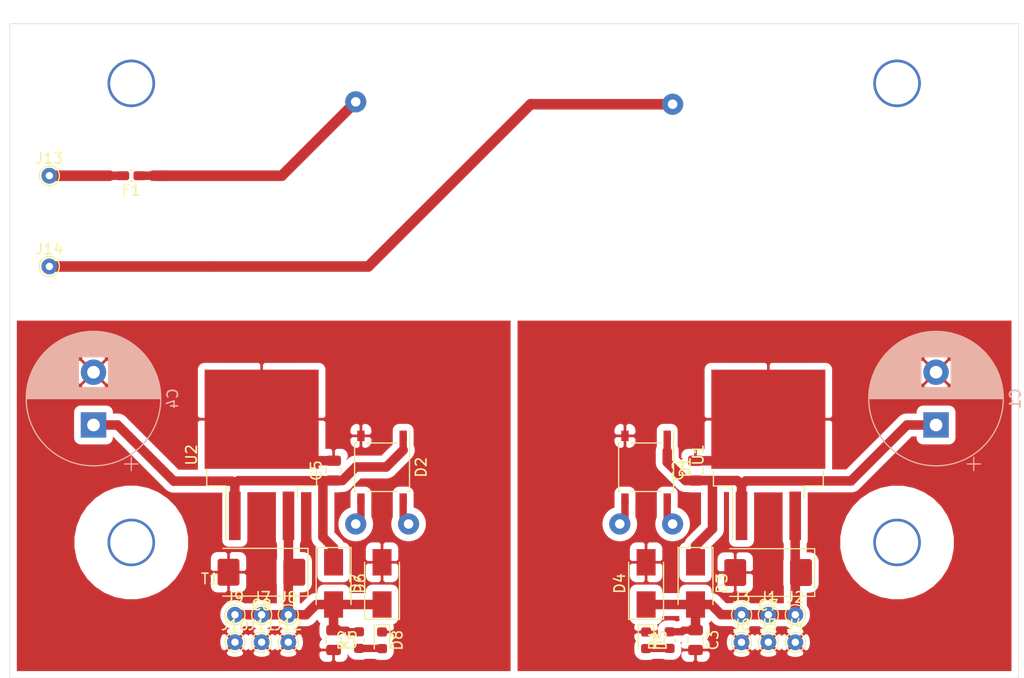
<source format=kicad_pcb>
(kicad_pcb (version 20221018) (generator pcbnew)
  (layers (0 "F.Cu" signal) (31 "B.Cu" signal) (34 "B.Paste" user) (35 "F.Paste" user) (36 "B.SilkS" user "B.Silkscreen") (37 "F.SilkS" user "F.Silkscreen") (38 "B.Mask" user) (39 "F.Mask" user) (44 "Edge.Cuts" user))
  (net 0 "")
  (net 1 "Net-(C1-Pad1)")
  (net 2 "Net-(C1-Pad2)")
  (net 3 "Net-(C3-Pad1)")
  (net 4 "Net-(C4-Pad2)")
  (net 5 "Net-(C4-Pad1)")
  (net 6 "Net-(C6-Pad1)")
  (net 7 "Net-(D1-Pad4)")
  (net 8 "Net-(D1-Pad3)")
  (net 9 "Net-(D2-Pad4)")
  (net 10 "Net-(D2-Pad3)")
  (net 11 "Net-(F1-Pad1)")
  (net 12 "Net-(D5-Pad2)")
  (net 13 "Net-(D8-Pad2)")
  (net 14 "/L")
  (net 15 "/N")
  (footprint "Capacitor_SMD:C_0805_2012Metric" (layer "F.Cu") (at 103.98 73.3475 90)
    (fp_text reference "C2" (at 0 -1.65 90) (layer "F.SilkS"))
    (fp_text value "330nF")
    (pad "1" smd roundrect (at -0.9375 0 90) (size 0.975 1.4) (layers "F.Cu" "F.Paste" "F.Mask") (net 1 "Net-(C1-Pad1)"))
    (pad "2" smd roundrect (at 0.9375 0 90) (size 0.975 1.4) (layers "F.Cu" "F.Paste" "F.Mask") (net 2 "Net-(C1-Pad2)"))
  )
  (footprint "Capacitor_SMD:C_0805_2012Metric" (layer "F.Cu") (at 103.98 89.4 -90)
    (fp_text reference "C3" (at 0 -1.65 90) (layer "F.SilkS"))
    (fp_text value "100nF")
    (pad "1" smd roundrect (at -0.9375 0 270) (size 0.975 1.4) (layers "F.Cu" "F.Paste" "F.Mask") (net 3 "Net-(C3-Pad1)"))
    (pad "2" smd roundrect (at 0.9375 0 270) (size 0.975 1.4) (layers "F.Cu" "F.Paste" "F.Mask") (net 2 "Net-(C1-Pad2)"))
  )
  (footprint "Capacitor_SMD:C_0805_2012Metric" (layer "F.Cu") (at 69.71 73.3425 90)
    (fp_text reference "C5" (at 0 -1.65 90) (layer "F.SilkS"))
    (fp_text value "330nF")
    (pad "1" smd roundrect (at -0.9375 0 90) (size 0.975 1.4) (layers "F.Cu" "F.Paste" "F.Mask") (net 5 "Net-(C4-Pad1)"))
    (pad "2" smd roundrect (at 0.9375 0 90) (size 0.975 1.4) (layers "F.Cu" "F.Paste" "F.Mask") (net 4 "Net-(C4-Pad2)"))
  )
  (footprint "Capacitor_SMD:C_0805_2012Metric" (layer "F.Cu") (at 69.71 89.4 -90)
    (fp_text reference "C6" (at 0 -1.65 90) (layer "F.SilkS"))
    (fp_text value "100nF")
    (pad "1" smd roundrect (at -0.9375 0 270) (size 0.975 1.4) (layers "F.Cu" "F.Paste" "F.Mask") (net 6 "Net-(C6-Pad1)"))
    (pad "2" smd roundrect (at 0.9375 0 270) (size 0.975 1.4) (layers "F.Cu" "F.Paste" "F.Mask") (net 4 "Net-(C4-Pad2)"))
  )
  (footprint "Transformer_THT:Transformer_TSZZ45_010M_5_INDEL" (layer "F.Cu") (at 55.010001 31.6)
    (fp_text reference "T1" (at 3 52 180) (layer "F.SilkS"))
    (fp_text value "Transformer_1P_2S")
    (pad "" np_thru_hole circle (at -4.45 5.05) (size 4.5 4.5) (drill 4) (layers "*.Cu" "*.Mask") (clearance 3))
    (pad "" np_thru_hole circle (at -4.45 48.55) (size 4.5 4.5) (drill 4) (layers "*.Cu" "*.Mask") (clearance 3))
    (pad "" np_thru_hole circle (at 68.05 5.05) (size 4.5 4.5) (drill 4) (layers "*.Cu" "*.Mask") (clearance 3))
    (pad "" np_thru_hole circle (at 68.05 48.55) (size 4.5 4.5) (drill 4) (layers "*.Cu" "*.Mask") (clearance 3))
    (pad "1" thru_hole circle (at 16.8 6.8) (size 2 2) (drill 0.9) (layers "*.Cu" "*.Mask") (net 11 "Net-(F1-Pad1)"))
    (pad "7" thru_hole circle (at 46.8 7.03) (size 2 2) (drill 0.9) (layers "*.Cu" "*.Mask") (net 15 "/N"))
    (pad "8" thru_hole circle (at 46.8 46.8) (size 2 2) (drill 0.9) (layers "*.Cu" "*.Mask") (net 7 "Net-(D1-Pad4)"))
    (pad "9" thru_hole circle (at 41.8 46.8) (size 2 2) (drill 0.9) (layers "*.Cu" "*.Mask") (net 8 "Net-(D1-Pad3)"))
    (pad "13" thru_hole circle (at 21.8 46.8) (size 2 2) (drill 0.9) (layers "*.Cu" "*.Mask") (net 9 "Net-(D2-Pad4)"))
    (pad "14" thru_hole circle (at 16.8 46.8) (size 2 2) (drill 0.9) (layers "*.Cu" "*.Mask") (net 10 "Net-(D2-Pad3)"))
  )
  (footprint "Package_TO_SOT_SMD:TO-263-2" (layer "F.Cu") (at 110.875 71.85 90)
    (fp_text reference "U1" (at 0 -6.65 90) (layer "F.SilkS"))
    (fp_text value "LM7812_D2PAK")
    (pad "1" smd rect (at -5.775 -2.54 90) (size 4.6 1.1) (layers "F.Cu" "F.Paste" "F.Mask") (net 1 "Net-(C1-Pad1)"))
    (pad "2" smd rect (at 3.375 0 90) (size 9.4 10.8) (layers "F.Cu" "F.Mask") (net 2 "Net-(C1-Pad2)"))
    (pad "3" smd rect (at -5.775 2.54 90) (size 4.6 1.1) (layers "F.Cu" "F.Paste" "F.Mask") (net 3 "Net-(C3-Pad1)"))
  )
  (footprint "Package_TO_SOT_SMD:TO-263-2" (layer "F.Cu") (at 62.9 71.85 90)
    (fp_text reference "U2" (at 0 -6.65 90) (layer "F.SilkS"))
    (fp_text value "LM7812_D2PAK")
    (pad "1" smd rect (at -5.775 -2.54 90) (size 4.6 1.1) (layers "F.Cu" "F.Paste" "F.Mask") (net 5 "Net-(C4-Pad1)"))
    (pad "2" smd rect (at 3.375 0 90) (size 9.4 10.8) (layers "F.Cu" "F.Mask") (net 4 "Net-(C4-Pad2)"))
    (pad "3" smd rect (at -5.775 2.54 90) (size 4.6 1.1) (layers "F.Cu" "F.Paste" "F.Mask") (net 6 "Net-(C6-Pad1)"))
  )
  (footprint "TestPoint:TestPoint_THTPad_D1.5mm_Drill0.7mm" (layer "F.Cu") (at 42.8 45.4)
    (fp_text reference "J13" (at 0 -1.648) (layer "F.SilkS"))
    (fp_text value "Conn_01x01")
    (pad "1" thru_hole circle (at 0 0) (size 1.5 1.5) (drill 0.7) (layers "*.Cu" "*.Mask") (net 14 "/L"))
  )
  (footprint "TestPoint:TestPoint_THTPad_D1.5mm_Drill0.7mm" (layer "F.Cu") (at 42.8 54)
    (fp_text reference "J14" (at 0 -1.648) (layer "F.SilkS"))
    (fp_text value "Conn_01x01")
    (pad "1" thru_hole circle (at 0 0) (size 1.5 1.5) (drill 0.7) (layers "*.Cu" "*.Mask") (net 15 "/N"))
  )
  (footprint "Diode_SMD:Diode_Bridge_Diotec_ABS" (layer "F.Cu") (at 99.3 73.025 -90)
    (fp_text reference "D1" (at 0 -3.7 90) (layer "F.SilkS"))
    (fp_text value "ABS2")
    (pad "1" smd rect (at -2.975 -2 270) (size 1 0.7) (layers "F.Cu" "F.Paste" "F.Mask") (net 1 "Net-(C1-Pad1)"))
    (pad "2" smd rect (at -2.975 2 270) (size 1 0.7) (layers "F.Cu" "F.Paste" "F.Mask") (net 2 "Net-(C1-Pad2)"))
    (pad "3" smd rect (at 2.975 2 270) (size 1 0.7) (layers "F.Cu" "F.Paste" "F.Mask") (net 8 "Net-(D1-Pad3)"))
    (pad "4" smd rect (at 2.975 -2 270) (size 1 0.7) (layers "F.Cu" "F.Paste" "F.Mask") (net 7 "Net-(D1-Pad4)"))
  )
  (footprint "Diode_SMD:Diode_Bridge_Diotec_ABS" (layer "F.Cu") (at 74.3 73.025 -90)
    (fp_text reference "D2" (at 0 -3.7 90) (layer "F.SilkS"))
    (fp_text value "ABS2")
    (pad "1" smd rect (at -2.975 -2 270) (size 1 0.7) (layers "F.Cu" "F.Paste" "F.Mask") (net 5 "Net-(C4-Pad1)"))
    (pad "2" smd rect (at -2.975 2 270) (size 1 0.7) (layers "F.Cu" "F.Paste" "F.Mask") (net 4 "Net-(C4-Pad2)"))
    (pad "3" smd rect (at 2.975 2 270) (size 1 0.7) (layers "F.Cu" "F.Paste" "F.Mask") (net 10 "Net-(D2-Pad3)"))
    (pad "4" smd rect (at 2.975 -2 270) (size 1 0.7) (layers "F.Cu" "F.Paste" "F.Mask") (net 9 "Net-(D2-Pad4)"))
  )
  (footprint "TestPoint:TestPoint_THTPad_D1.5mm_Drill0.7mm" (layer "F.Cu") (at 110.875 87)
    (fp_text reference "J1" (at 0 -1.648) (layer "F.SilkS"))
    (fp_text value "Conn_01x01")
    (pad "1" thru_hole circle (at 0 0) (size 1.5 1.5) (drill 0.7) (layers "*.Cu" "*.Mask") (net 3 "Net-(C3-Pad1)"))
  )
  (footprint "TestPoint:TestPoint_THTPad_D1.5mm_Drill0.7mm" (layer "F.Cu") (at 113.426 87)
    (fp_text reference "J2" (at 0 -1.648) (layer "F.SilkS"))
    (fp_text value "Conn_01x01")
    (pad "1" thru_hole circle (at 0 0) (size 1.5 1.5) (drill 0.7) (layers "*.Cu" "*.Mask") (net 3 "Net-(C3-Pad1)"))
  )
  (footprint "TestPoint:TestPoint_THTPad_D1.5mm_Drill0.7mm" (layer "F.Cu") (at 108.34 86.99)
    (fp_text reference "J3" (at 0 -1.648) (layer "F.SilkS"))
    (fp_text value "Conn_01x01")
    (pad "1" thru_hole circle (at 0 0) (size 1.5 1.5) (drill 0.7) (layers "*.Cu" "*.Mask") (net 3 "Net-(C3-Pad1)"))
  )
  (footprint "TestPoint:TestPoint_THTPad_D1.5mm_Drill0.7mm" (layer "F.Cu") (at 113.425 89.61)
    (fp_text reference "J4" (at 0 -1.648) (layer "F.SilkS"))
    (fp_text value "Conn_01x01")
    (pad "1" thru_hole circle (at 0 0) (size 1.5 1.5) (drill 0.7) (layers "*.Cu" "*.Mask") (net 2 "Net-(C1-Pad2)"))
  )
  (footprint "TestPoint:TestPoint_THTPad_D1.5mm_Drill0.7mm" (layer "F.Cu") (at 110.875 89.6)
    (fp_text reference "J5" (at 0 -1.648) (layer "F.SilkS"))
    (fp_text value "Conn_01x01")
    (pad "1" thru_hole circle (at 0 0) (size 1.5 1.5) (drill 0.7) (layers "*.Cu" "*.Mask") (net 2 "Net-(C1-Pad2)"))
  )
  (footprint "TestPoint:TestPoint_THTPad_D1.5mm_Drill0.7mm" (layer "F.Cu") (at 108.334 89.61)
    (fp_text reference "J6" (at 0 -1.648) (layer "F.SilkS"))
    (fp_text value "Conn_01x01")
    (pad "1" thru_hole circle (at 0 0) (size 1.5 1.5) (drill 0.7) (layers "*.Cu" "*.Mask") (net 2 "Net-(C1-Pad2)"))
  )
  (footprint "TestPoint:TestPoint_THTPad_D1.5mm_Drill0.7mm" (layer "F.Cu") (at 62.9 87)
    (fp_text reference "J7" (at 0 -1.648) (layer "F.SilkS"))
    (fp_text value "Conn_01x01")
    (pad "1" thru_hole circle (at 0 0) (size 1.5 1.5) (drill 0.7) (layers "*.Cu" "*.Mask") (net 6 "Net-(C6-Pad1)"))
  )
  (footprint "TestPoint:TestPoint_THTPad_D1.5mm_Drill0.7mm" (layer "F.Cu") (at 65.425 87)
    (fp_text reference "J8" (at 0 -1.648) (layer "F.SilkS"))
    (fp_text value "Conn_01x01")
    (pad "1" thru_hole circle (at 0 0) (size 1.5 1.5) (drill 0.7) (layers "*.Cu" "*.Mask") (net 6 "Net-(C6-Pad1)"))
  )
  (footprint "TestPoint:TestPoint_THTPad_D1.5mm_Drill0.7mm" (layer "F.Cu") (at 60.375 87)
    (fp_text reference "J9" (at 0 -1.648) (layer "F.SilkS"))
    (fp_text value "Conn_01x01")
    (pad "1" thru_hole circle (at 0 0) (size 1.5 1.5) (drill 0.7) (layers "*.Cu" "*.Mask") (net 6 "Net-(C6-Pad1)"))
  )
  (footprint "TestPoint:TestPoint_THTPad_D1.5mm_Drill0.7mm" (layer "F.Cu") (at 60.375 89.6)
    (fp_text reference "J10" (at 0 -1.648) (layer "F.SilkS"))
    (fp_text value "Conn_01x01")
    (pad "1" thru_hole circle (at 0 0) (size 1.5 1.5) (drill 0.7) (layers "*.Cu" "*.Mask") (net 4 "Net-(C4-Pad2)"))
  )
  (footprint "TestPoint:TestPoint_THTPad_D1.5mm_Drill0.7mm" (layer "F.Cu") (at 62.9 89.6)
    (fp_text reference "J11" (at 0 -1.648) (layer "F.SilkS"))
    (fp_text value "Conn_01x01")
    (pad "1" thru_hole circle (at 0 0) (size 1.5 1.5) (drill 0.7) (layers "*.Cu" "*.Mask") (net 4 "Net-(C4-Pad2)"))
  )
  (footprint "TestPoint:TestPoint_THTPad_D1.5mm_Drill0.7mm" (layer "F.Cu") (at 65.425 89.6)
    (fp_text reference "J12" (at 0 -1.648) (layer "F.SilkS"))
    (fp_text value "Conn_01x01")
    (pad "1" thru_hole circle (at 0 0) (size 1.5 1.5) (drill 0.7) (layers "*.Cu" "*.Mask") (net 4 "Net-(C4-Pad2)"))
  )
  (footprint "Capacitor_Tantalum_SMD:CP_EIA-7343-15_Kemet-W" (layer "F.Cu") (at 110.8525 83 180)
    (fp_text reference "C7" (at 0 -3.1) (layer "F.SilkS"))
    (fp_text value "22uF")
    (pad "1" smd roundrect (at -3.1125 0 180) (size 2.075 2.55) (layers "F.Cu" "F.Paste" "F.Mask") (roundrect_rratio 0.120482) (net 3 "Net-(C3-Pad1)"))
    (pad "2" smd roundrect (at 3.1125 0 180) (size 2.075 2.55) (layers "F.Cu" "F.Paste" "F.Mask") (roundrect_rratio 0.120482) (net 2 "Net-(C1-Pad2)"))
  )
  (footprint "Capacitor_Tantalum_SMD:CP_EIA-7343-15_Kemet-W" (layer "F.Cu") (at 62.8775 82.97 180)
    (fp_text reference "C8" (at 0 -3.1) (layer "F.SilkS"))
    (fp_text value "22uF")
    (pad "1" smd roundrect (at -3.1125 0 180) (size 2.075 2.55) (layers "F.Cu" "F.Paste" "F.Mask") (roundrect_rratio 0.120482) (net 6 "Net-(C6-Pad1)"))
    (pad "2" smd roundrect (at 3.1125 0 180) (size 2.075 2.55) (layers "F.Cu" "F.Paste" "F.Mask") (roundrect_rratio 0.120482) (net 4 "Net-(C4-Pad2)"))
  )
  (footprint "Diode_SMD:D_SMA" (layer "F.Cu") (at 103.98 84.03 -90)
    (fp_text reference "D3" (at 0 -2.5 90) (layer "F.SilkS"))
    (fp_text value "S1A")
    (pad "1" smd rect (at -2 0 270) (size 2.5 1.8) (layers "F.Cu" "F.Paste" "F.Mask") (net 1 "Net-(C1-Pad1)"))
    (pad "2" smd rect (at 2 0 270) (size 2.5 1.8) (layers "F.Cu" "F.Paste" "F.Mask") (net 3 "Net-(C3-Pad1)"))
  )
  (footprint "Diode_SMD:D_SMA" (layer "F.Cu") (at 69.71 84.03 -90)
    (fp_text reference "D6" (at 0 -2.5 90) (layer "F.SilkS"))
    (fp_text value "S1A")
    (pad "1" smd rect (at -2 0 270) (size 2.5 1.8) (layers "F.Cu" "F.Paste" "F.Mask") (net 5 "Net-(C4-Pad1)"))
    (pad "2" smd rect (at 2 0 270) (size 2.5 1.8) (layers "F.Cu" "F.Paste" "F.Mask") (net 6 "Net-(C6-Pad1)"))
  )
  (footprint "Diode_SMD:D_SMA" (layer "F.Cu") (at 74.3 84.03 90)
    (fp_text reference "D7" (at 0 -2.5 90) (layer "F.SilkS"))
    (fp_text value "S1A")
    (pad "1" smd rect (at -2 0 90) (size 2.5 1.8) (layers "F.Cu" "F.Paste" "F.Mask") (net 6 "Net-(C6-Pad1)"))
    (pad "2" smd rect (at 2 0 90) (size 2.5 1.8) (layers "F.Cu" "F.Paste" "F.Mask") (net 4 "Net-(C4-Pad2)"))
  )
  (footprint "Resistor_SMD:R_0603_1608Metric" (layer "F.Cu") (at 101.5275 89.4 90)
    (fp_text reference "R1" (at 0 -1.43 90) (layer "F.SilkS"))
    (fp_text value "200")
    (pad "1" smd roundrect (at -0.7875 0 90) (size 0.875 0.95) (layers "F.Cu" "F.Paste" "F.Mask") (net 12 "Net-(D5-Pad2)"))
    (pad "2" smd roundrect (at 0.7875 0 90) (size 0.875 0.95) (layers "F.Cu" "F.Paste" "F.Mask") (net 3 "Net-(C3-Pad1)"))
  )
  (footprint "Resistor_SMD:R_0603_1608Metric" (layer "F.Cu") (at 72.1175 89.4 90)
    (fp_text reference "R2" (at 0 -1.43 90) (layer "F.SilkS"))
    (fp_text value "200")
    (pad "1" smd roundrect (at -0.7875 0 90) (size 0.875 0.95) (layers "F.Cu" "F.Paste" "F.Mask") (net 13 "Net-(D8-Pad2)"))
    (pad "2" smd roundrect (at 0.7875 0 90) (size 0.875 0.95) (layers "F.Cu" "F.Paste" "F.Mask") (net 6 "Net-(C6-Pad1)"))
  )
  (footprint "Diode_SMD:D_SMA" (layer "F.Cu") (at 99.3 84.03 90)
    (fp_text reference "D4" (at 0 -2.5 90) (layer "F.SilkS"))
    (fp_text value "S1A")
    (pad "1" smd rect (at -2 0 90) (size 2.5 1.8) (layers "F.Cu" "F.Paste" "F.Mask") (net 3 "Net-(C3-Pad1)"))
    (pad "2" smd rect (at 2 0 90) (size 2.5 1.8) (layers "F.Cu" "F.Paste" "F.Mask") (net 2 "Net-(C1-Pad2)"))
  )
  (footprint "Fuse:Fuse_0603_1608Metric_Castellated" (layer "F.Cu") (at 50.560001 45.4 180)
    (fp_text reference "F1" (at 0 -1.38) (layer "F.SilkS"))
    (fp_text value "Fuse")
    (pad "1" smd roundrect (at -0.8125 0 180) (size 1.225 0.85) (layers "F.Cu" "F.Paste" "F.Mask") (net 11 "Net-(F1-Pad1)"))
    (pad "2" smd roundrect (at 0.8125 0 180) (size 1.225 0.85) (layers "F.Cu" "F.Paste" "F.Mask") (net 14 "/L"))
  )
  (footprint "LED_SMD:LED_0603_1608Metric" (layer "F.Cu") (at 99.3 89.42 -90)
    (fp_text reference "D5" (at 0 -1.43 90) (layer "F.SilkS"))
    (fp_text value "LED")
    (pad "1" smd roundrect (at -0.7875 0 270) (size 0.875 0.95) (layers "F.Cu" "F.Paste" "F.Mask") (net 2 "Net-(C1-Pad2)"))
    (pad "2" smd roundrect (at 0.7875 0 270) (size 0.875 0.95) (layers "F.Cu" "F.Paste" "F.Mask") (net 12 "Net-(D5-Pad2)"))
  )
  (footprint "LED_SMD:LED_0603_1608Metric" (layer "F.Cu") (at 74.3 89.42 -90)
    (fp_text reference "D8" (at 0 -1.43 90) (layer "F.SilkS"))
    (fp_text value "LED")
    (pad "1" smd roundrect (at -0.7875 0 270) (size 0.875 0.95) (layers "F.Cu" "F.Paste" "F.Mask") (net 4 "Net-(C4-Pad2)"))
    (pad "2" smd roundrect (at 0.7875 0 270) (size 0.875 0.95) (layers "F.Cu" "F.Paste" "F.Mask") (net 13 "Net-(D8-Pad2)"))
  )
  (footprint "Capacitor_THT:CP_Radial_D12.5mm_P5.00mm" (layer "B.Cu") (at 126.75 69.02 90)
    (fp_text reference "C1" (at 2.5 7.5 90) (layer "B.SilkS") (effects (justify mirror)))
    (fp_text value "2200uF")
    (pad "1" thru_hole rect (at 0 0 90) (size 2.4 2.4) (drill 1.2) (layers "*.Cu" "*.Mask") (net 1 "Net-(C1-Pad1)"))
    (pad "2" thru_hole circle (at 5 0 90) (size 2.4 2.4) (drill 1.2) (layers "*.Cu" "*.Mask") (net 2 "Net-(C1-Pad2)"))
  )
  (footprint "Capacitor_THT:CP_Radial_D12.5mm_P5.00mm" (layer "B.Cu") (at 46.98 69.02 90)
    (fp_text reference "C4" (at 2.5 7.5 90) (layer "B.SilkS") (effects (justify mirror)))
    (fp_text value "2200uF")
    (pad "1" thru_hole rect (at 0 0 90) (size 2.4 2.4) (drill 1.2) (layers "*.Cu" "*.Mask") (net 5 "Net-(C4-Pad1)"))
    (pad "2" thru_hole circle (at 5 0 90) (size 2.4 2.4) (drill 1.2) (layers "*.Cu" "*.Mask") (net 4 "Net-(C4-Pad2)"))
  )
  (gr_line (start 39.060001 93) (end 39.060001 31) (stroke (width 0.05)) (layer "Edge.Cuts"))
  (gr_line (start 134.560001 93) (end 39.060001 93) (stroke (width 0.05)) (layer "Edge.Cuts"))
  (gr_line (start 134.560001 31) (end 134.560001 93) (stroke (width 0.05)) (layer "Edge.Cuts"))
  (gr_line (start 39.060001 31) (end 134.560001 31) (stroke (width 0.05)) (layer "Edge.Cuts"))
  (segment (start 124 69.02) (end 118.7 74.32) (width 0.9) (layer "F.Cu") (net 1))
  (segment (start 105.585 78.865) (end 103.98 80.47) (width 0.9) (layer "F.Cu") (net 1))
  (segment (start 108.335 77.625) (end 108.335 74.705) (width 0.9) (layer "F.Cu") (net 1))
  (segment (start 118.7 74.32) (end 118.29 74.32) (width 0.9) (layer "F.Cu") (net 1))
  (segment (start 107.93 74.3) (end 108.335 74.705) (width 0.9) (layer "F.Cu") (net 1))
  (segment (start 105.585 74.285) (end 107.915 74.285) (width 0.9) (layer "F.Cu") (net 1))
  (segment (start 101.3 72.55) (end 101.3 72.3) (width 0.9) (layer "F.Cu") (net 1))
  (segment (start 103.98 80.47) (end 103.98 82.03) (width 0.9) (layer "F.Cu") (net 1))
  (segment (start 107.915 74.285) (end 107.93 74.3) (width 0.9) (layer "F.Cu") (net 1))
  (segment (start 126.78 69.02) (end 124 69.02) (width 0.9) (layer "F.Cu") (net 1))
  (segment (start 108.335 74.705) (end 108.72 74.32) (width 0.9) (layer "F.Cu") (net 1))
  (segment (start 105.585 74.285) (end 105.585 78.865) (width 0.9) (layer "F.Cu") (net 1))
  (segment (start 103.98 74.285) (end 105.585 74.285) (width 0.9) (layer "F.Cu") (net 1))
  (segment (start 101.3 72.3) (end 101.3 71.5) (width 0.9) (layer "F.Cu") (net 1))
  (segment (start 103.98 74.285) (end 103.035 74.285) (width 0.9) (layer "F.Cu") (net 1))
  (segment (start 103.035 74.285) (end 101.3 72.55) (width 0.9) (layer "F.Cu") (net 1))
  (segment (start 108.72 74.32) (end 118.29 74.32) (width 0.9) (layer "F.Cu") (net 1))
  (segment (start 118.29 74.32) (end 118.29 74.31) (width 0.9) (layer "F.Cu") (net 1))
  (segment (start 101.3 70.05) (end 101.3 71.5) (width 0.7) (layer "F.Cu") (net 1))
  (segment (start 103.98 72.41) (end 106.94 72.41) (width 0.9) (layer "F.Cu") (net 2))
  (segment (start 106.94 72.41) (end 110.875 68.475) (width 0.9) (layer "F.Cu") (net 2))
  (segment (start 106.925 72.425) (end 110.875 68.475) (width 0.9) (layer "F.Cu") (net 2))
  (segment (start 114.2 71.8) (end 110.875 68.475) (width 0.9) (layer "F.Cu") (net 2))
  (segment (start 113.426 87) (end 108.35 87) (width 0.9) (layer "F.Cu") (net 3))
  (segment (start 102.6875 88.6125) (end 101.5275 88.6125) (width 0.7) (layer "F.Cu") (net 3))
  (segment (start 103.98 88.4625) (end 103.98 86.03) (width 0.9) (layer "F.Cu") (net 3))
  (segment (start 113.965 83) (end 113.8 83) (width 0.9) (layer "F.Cu") (net 3))
  (segment (start 103.98 88.4625) (end 102.8375 88.4625) (width 0.7) (layer "F.Cu") (net 3))
  (segment (start 103.98 86.03) (end 99.3 86.03) (width 0.9) (layer "F.Cu") (net 3))
  (segment (start 113.415 77.625) (end 113.415 82.45) (width 0.9) (layer "F.Cu") (net 3))
  (segment (start 103.98 86.03) (end 105.455 86.03) (width 0.9) (layer "F.Cu") (net 3))
  (segment (start 99.4 86) (end 99.43 85.97) (width 0.9) (layer "F.Cu") (net 3))
  (segment (start 105.455 86.03) (end 106.415 86.99) (width 0.9) (layer "F.Cu") (net 3))
  (segment (start 113.426 83.539) (end 113.965 83) (width 0.9) (layer "F.Cu") (net 3))
  (segment (start 113.415 82.45) (end 113.965 83) (width 0.9) (layer "F.Cu") (net 3))
  (segment (start 113.426 87) (end 113.426 83.539) (width 0.9) (layer "F.Cu") (net 3))
  (segment (start 106.415 86.99) (end 108.34 86.99) (width 0.9) (layer "F.Cu") (net 3))
  (segment (start 102.8375 88.4625) (end 102.6875 88.6125) (width 0.7) (layer "F.Cu") (net 3))
  (segment (start 108.35 87) (end 108.34 86.99) (width 0.9) (layer "F.Cu") (net 3))
  (segment (start 113.8 83) (end 113.4 83.4) (width 0.9) (layer "F.Cu") (net 3))
  (segment (start 66.83 72.405) (end 62.9 68.475) (width 0.9) (layer "F.Cu") (net 4))
  (segment (start 66.85 72.425) (end 62.9 68.475) (width 0.9) (layer "F.Cu") (net 4))
  (segment (start 69.71 72.405) (end 66.83 72.405) (width 0.9) (layer "F.Cu") (net 4))
  (segment (start 62.775 68.6) (end 62.9 68.475) (width 0.9) (layer "F.Cu") (net 4))
  (segment (start 70 74.3) (end 68.7 74.3) (width 0.9) (layer "F.Cu") (net 5))
  (segment (start 69.71 74.28) (end 70.54 74.28) (width 0.9) (layer "F.Cu") (net 5))
  (segment (start 76.3 70.05) (end 76.3 71.4) (width 0.7) (layer "F.Cu") (net 5))
  (segment (start 54.58 74.34) (end 60.08 74.34) (width 0.9) (layer "F.Cu") (net 5))
  (segment (start 69.71 80.66) (end 69.71 82.03) (width 0.9) (layer "F.Cu") (net 5))
  (segment (start 60.36 74.62) (end 60.68 74.3) (width 0.9) (layer "F.Cu") (net 5))
  (segment (start 60.68 74.3) (end 68.7 74.3) (width 0.9) (layer "F.Cu") (net 5))
  (segment (start 74.7 73) (end 76.3 71.4) (width 0.9) (layer "F.Cu") (net 5))
  (segment (start 60.08 74.34) (end 60.36 74.62) (width 0.9) (layer "F.Cu") (net 5))
  (segment (start 70.54 74.28) (end 71.82 73) (width 0.9) (layer "F.Cu") (net 5))
  (segment (start 68.7 79.65) (end 69.71 80.66) (width 0.9) (layer "F.Cu") (net 5))
  (segment (start 49.26 69.02) (end 54.58 74.34) (width 0.9) (layer "F.Cu") (net 5))
  (segment (start 71.82 73) (end 74.7 73) (width 0.9) (layer "F.Cu") (net 5))
  (segment (start 46.98 69.02) (end 49.26 69.02) (width 0.9) (layer "F.Cu") (net 5))
  (segment (start 60.36 77.625) (end 60.36 74.62) (width 0.9) (layer "F.Cu") (net 5))
  (segment (start 68.7 74.3) (end 68.7 79.65) (width 0.9) (layer "F.Cu") (net 5))
  (segment (start 69.71 86.03) (end 74.3 86.03) (width 0.9) (layer "F.Cu") (net 6))
  (segment (start 68.07 86.03) (end 67.1 87) (width 0.9) (layer "F.Cu") (net 6))
  (segment (start 69.71 86.03) (end 68.07 86.03) (width 0.9) (layer "F.Cu") (net 6))
  (segment (start 65.425 83.535) (end 65.99 82.97) (width 0.9) (layer "F.Cu") (net 6))
  (segment (start 65.425 87) (end 65.425 83.535) (width 0.9) (layer "F.Cu") (net 6))
  (segment (start 67.1 87) (end 65.425 87) (width 0.9) (layer "F.Cu") (net 6))
  (segment (start 70.9625 88.4625) (end 71.1125 88.6125) (width 0.7) (layer "F.Cu") (net 6))
  (segment (start 71.1125 88.6125) (end 72.1175 88.6125) (width 0.7) (layer "F.Cu") (net 6))
  (segment (start 65.44 77.625) (end 65.44 83.38) (width 0.9) (layer "F.Cu") (net 6))
  (segment (start 65.425 87) (end 60.375 87) (width 0.9) (layer "F.Cu") (net 6))
  (segment (start 65.85 82.97) (end 65.44 83.38) (width 0.9) (layer "F.Cu") (net 6))
  (segment (start 69.71 86.03) (end 69.71 88.4625) (width 0.9) (layer "F.Cu") (net 6))
  (segment (start 66.075 82.97) (end 65.85 82.97) (width 0.9) (layer "F.Cu") (net 6))
  (segment (start 69.71 88.4625) (end 70.9625 88.4625) (width 0.7) (layer "F.Cu") (net 6))
  (segment (start 101.3 76) (end 101.3 77.889999) (width 0.7) (layer "F.Cu") (net 7))
  (segment (start 101.3 77.889999) (end 101.810001 78.4) (width 0.7) (layer "F.Cu") (net 7))
  (segment (start 97.3 77.910001) (end 96.810001 78.4) (width 0.7) (layer "F.Cu") (net 8))
  (segment (start 97.3 76) (end 97.3 77.910001) (width 0.7) (layer "F.Cu") (net 8))
  (segment (start 76.3 77.889999) (end 76.810001 78.4) (width 0.7) (layer "F.Cu") (net 9))
  (segment (start 76.3 76) (end 76.3 77.889999) (width 0.7) (layer "F.Cu") (net 9))
  (segment (start 72.3 77.910001) (end 71.810001 78.4) (width 0.7) (layer "F.Cu") (net 10))
  (segment (start 72.3 76) (end 72.3 77.910001) (width 0.7) (layer "F.Cu") (net 10))
  (segment (start 71.810001 38.4) (end 64.810001 45.4) (width 1) (layer "F.Cu") (net 11))
  (segment (start 51.4 45.4) (end 52.275 45.4) (width 0.8) (layer "F.Cu") (net 11))
  (segment (start 54.1 45.4) (end 52.6 45.4) (width 1) (layer "F.Cu") (net 11))
  (segment (start 63.6 45.4) (end 53.11251 45.4) (width 1) (layer "F.Cu") (net 11))
  (segment (start 64.810001 45.4) (end 63.6 45.4) (width 1) (layer "F.Cu") (net 11))
  (segment (start 101.5275 90.1875) (end 99.32 90.1875) (width 0.7) (layer "F.Cu") (net 12))
  (segment (start 99.32 90.1875) (end 99.3 90.2075) (width 0.7) (layer "F.Cu") (net 12))
  (segment (start 72.1175 90.1875) (end 74.28 90.1875) (width 0.7) (layer "F.Cu") (net 13))
  (segment (start 74.28 90.1875) (end 74.3 90.2075) (width 0.7) (layer "F.Cu") (net 13))
  (segment (start 48.5 45.4) (end 43 45.4) (width 1) (layer "F.Cu") (net 14))
  (segment (start 49.6 45.4) (end 48.6 45.4) (width 0.8) (layer "F.Cu") (net 14))
  (segment (start 58 54) (end 42.8 54) (width 1) (layer "F.Cu") (net 15))
  (segment (start 73 54) (end 58 54) (width 1) (layer "F.Cu") (net 15))
  (segment (start 101.810001 38.63) (end 88.37 38.63) (width 1) (layer "F.Cu") (net 15))
  (segment (start 88.37 38.63) (end 73 54) (width 1) (layer "F.Cu") (net 15))
  (zone (net 4) (net_name "Net-(C4-Pad2)") (layer "F.Cu") (connect_pads (clearance 0.508)) (min_thickness 0.254) (fill yes (thermal_gap 0.508) (thermal_bridge_width 0.508))
    (polygon (pts (xy 86.6 93) (xy 39.05 93) (xy 39.05 59) (xy 86.6 59)))
  )
  (zone (net 2) (net_name "Net-(C1-Pad2)") (layer "F.Cu") (connect_pads (clearance 0.508)) (min_thickness 0.254) (fill yes (thermal_gap 0.508) (thermal_bridge_width 0.508))
    (polygon (pts (xy 134.56 93) (xy 87 93) (xy 87 59) (xy 134.55 59)))
  )
)
</source>
